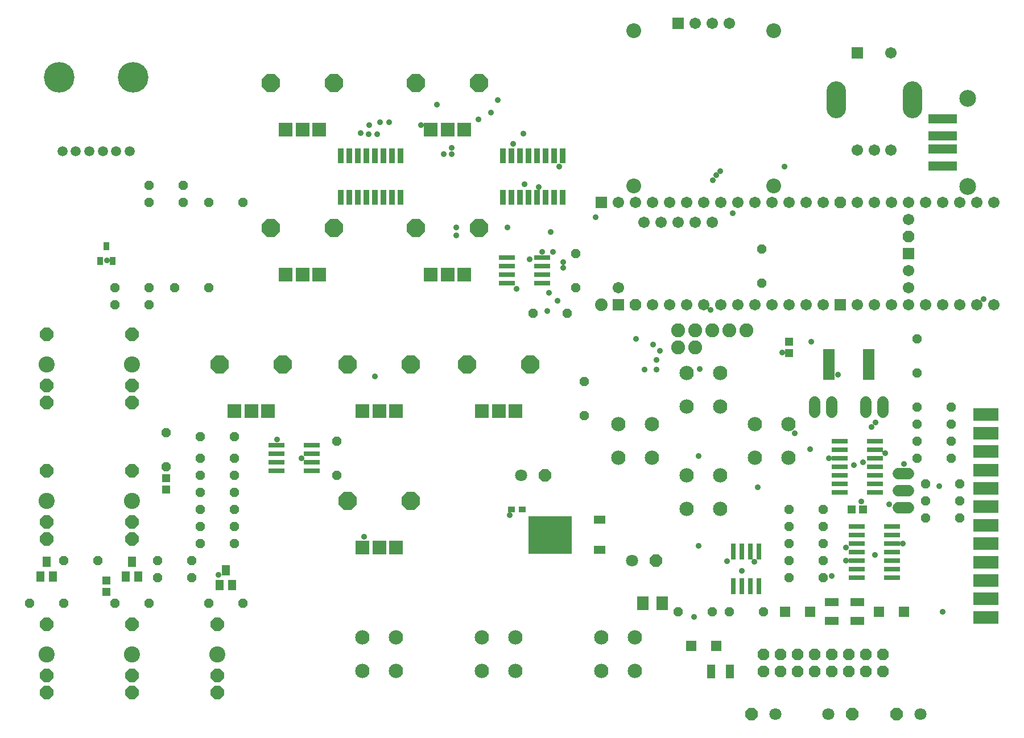
<source format=gbr>
G04 EAGLE Gerber RS-274X export*
G75*
%MOMM*%
%FSLAX34Y34*%
%LPD*%
%INSoldermask Bottom*%
%IPPOS*%
%AMOC8*
5,1,8,0,0,1.08239X$1,22.5*%
G01*
%ADD10R,3.703200X1.903200*%
%ADD11P,1.539592X8X22.500000*%
%ADD12P,1.539592X8X202.500000*%
%ADD13R,1.203200X1.303200*%
%ADD14C,1.727200*%
%ADD15R,2.403200X0.803200*%
%ADD16C,2.133600*%
%ADD17R,2.082800X2.082800*%
%ADD18P,2.969212X8X112.500000*%
%ADD19P,2.144431X8X22.500000*%
%ADD20C,2.403200*%
%ADD21R,1.703200X1.703200*%
%ADD22C,1.879600*%
%ADD23P,1.843527X8X292.500000*%
%ADD24C,1.703200*%
%ADD25R,1.653200X0.653200*%
%ADD26R,2.003200X1.203200*%
%ADD27R,1.203200X2.003200*%
%ADD28P,1.951982X8X22.500000*%
%ADD29C,1.803400*%
%ADD30P,1.951982X8X202.500000*%
%ADD31R,1.603200X1.603200*%
%ADD32P,1.869504X8X22.500000*%
%ADD33P,1.539592X8X112.500000*%
%ADD34R,0.863600X2.235200*%
%ADD35C,2.903200*%
%ADD36R,0.903200X1.203200*%
%ADD37P,1.539592X8X292.500000*%
%ADD38R,6.403200X5.603200*%
%ADD39R,1.803200X1.203200*%
%ADD40R,1.053200X0.903200*%
%ADD41R,1.803200X2.006200*%
%ADD42C,1.503200*%
%ADD43C,4.553200*%
%ADD44C,2.203200*%
%ADD45R,1.203200X1.603200*%
%ADD46R,4.203200X1.323200*%
%ADD47C,2.503200*%
%ADD48R,0.803200X2.403200*%
%ADD49C,2.082800*%
%ADD50C,0.889000*%
%ADD51C,0.908800*%


D10*
X1689608Y483616D03*
X1689608Y456184D03*
X1689608Y428752D03*
X1689608Y401320D03*
X1689608Y373888D03*
X1689608Y346456D03*
X1689608Y319024D03*
X1689608Y291592D03*
X1689608Y264160D03*
X1689608Y236728D03*
X1689608Y209296D03*
X1689608Y181864D03*
D11*
X1231900Y190500D03*
X1282700Y190500D03*
X1308100Y190500D03*
X1358900Y190500D03*
D12*
X1447800Y342900D03*
X1397000Y342900D03*
D11*
X1397000Y292100D03*
X1447800Y292100D03*
X1397000Y241300D03*
X1447800Y241300D03*
X1397000Y266700D03*
X1447800Y266700D03*
D13*
X1490100Y342900D03*
X1507100Y342900D03*
D11*
X1397000Y317500D03*
X1447800Y317500D03*
X1587500Y419100D03*
X1638300Y419100D03*
X1587500Y444500D03*
X1638300Y444500D03*
X1587500Y469900D03*
X1638300Y469900D03*
X1587500Y495300D03*
X1638300Y495300D03*
D14*
X1574800Y345440D02*
X1559560Y345440D01*
X1559560Y370840D02*
X1574800Y370840D01*
X1574800Y396240D02*
X1559560Y396240D01*
D15*
X977300Y692150D03*
X1029300Y692150D03*
X977300Y679450D03*
X977300Y704850D03*
X977300Y717550D03*
X1029300Y679450D03*
X1029300Y704850D03*
X1029300Y717550D03*
D16*
X1245000Y393300D03*
X1295000Y393300D03*
X1245000Y343300D03*
X1295000Y343300D03*
X1245000Y545700D03*
X1295000Y545700D03*
X1245000Y495700D03*
X1295000Y495700D03*
D17*
X621900Y488800D03*
X596900Y488800D03*
X571900Y488800D03*
D18*
X643900Y558800D03*
X549900Y558800D03*
D12*
X495300Y825500D03*
X444500Y825500D03*
X584200Y800100D03*
X533400Y800100D03*
X1066800Y635000D03*
X1016000Y635000D03*
X495300Y800100D03*
X444500Y800100D03*
D19*
X292100Y527050D03*
X292100Y603250D03*
X292100Y501650D03*
D20*
X292100Y558800D03*
D21*
X1117600Y800100D03*
X1574800Y723900D03*
X1143000Y647700D03*
D22*
X1117600Y647700D03*
D23*
X1168400Y647700D03*
X1574800Y749300D03*
D24*
X1574800Y774700D03*
X1574800Y698500D03*
X1574800Y673100D03*
X1447800Y647700D03*
X1447800Y800100D03*
X1143000Y800100D03*
X1168400Y800100D03*
X1193800Y800100D03*
X1219200Y800100D03*
X1244600Y800100D03*
X1270000Y800100D03*
X1295400Y800100D03*
X1320800Y800100D03*
X1346200Y800100D03*
X1371600Y800100D03*
X1397000Y800100D03*
X1422400Y800100D03*
X1143000Y673100D03*
X1422400Y647700D03*
X1397000Y647700D03*
X1371600Y647700D03*
X1346200Y647700D03*
X1320800Y647700D03*
X1295400Y647700D03*
X1270000Y647700D03*
X1244600Y647700D03*
X1219200Y647700D03*
X1193800Y647700D03*
D23*
X1473200Y800100D03*
D24*
X1524000Y800100D03*
X1549400Y800100D03*
X1574800Y800100D03*
X1600200Y800100D03*
X1625600Y800100D03*
X1651000Y800100D03*
X1676400Y800100D03*
X1701800Y800100D03*
X1498600Y647700D03*
X1524000Y647700D03*
X1549400Y647700D03*
X1574800Y647700D03*
X1600200Y647700D03*
X1625600Y647700D03*
X1651000Y647700D03*
X1676400Y647700D03*
X1701800Y647700D03*
X1181100Y770100D03*
X1206500Y770100D03*
X1231900Y770100D03*
X1257300Y770100D03*
X1282700Y770100D03*
X1498600Y800100D03*
D21*
X1473200Y647700D03*
D25*
X1456650Y539300D03*
X1456650Y545800D03*
X1456650Y552300D03*
X1456650Y558800D03*
X1456650Y565300D03*
X1456650Y571800D03*
X1456650Y578300D03*
X1515150Y578300D03*
X1515150Y571800D03*
X1515150Y565300D03*
X1515150Y558800D03*
X1515150Y552300D03*
X1515150Y545800D03*
X1515150Y539300D03*
D26*
X1460500Y204500D03*
X1460500Y176500D03*
D27*
X1281400Y101600D03*
X1309400Y101600D03*
D28*
X1490980Y38100D03*
D29*
X1455420Y38100D03*
D30*
X1341120Y38100D03*
D29*
X1376680Y38100D03*
D31*
X1428700Y190500D03*
X1390700Y190500D03*
X1289000Y139700D03*
X1251000Y139700D03*
D32*
X1358900Y127000D03*
X1358900Y101600D03*
X1384300Y127000D03*
X1384300Y101600D03*
X1409700Y127000D03*
X1409700Y101600D03*
X1435100Y127000D03*
X1435100Y101600D03*
X1460500Y127000D03*
X1460500Y101600D03*
X1485900Y127000D03*
X1485900Y101600D03*
X1511300Y127000D03*
X1511300Y101600D03*
X1536700Y127000D03*
X1536700Y101600D03*
D26*
X1498600Y204500D03*
X1498600Y176500D03*
D30*
X1557020Y38100D03*
D29*
X1592580Y38100D03*
D31*
X1530400Y190500D03*
X1568400Y190500D03*
D13*
X1397000Y592700D03*
X1397000Y575700D03*
D17*
X990200Y488800D03*
X965200Y488800D03*
X940200Y488800D03*
D18*
X1012200Y558800D03*
X918200Y558800D03*
D11*
X1600200Y330200D03*
X1651000Y330200D03*
X1600200Y355600D03*
X1651000Y355600D03*
X1600200Y381000D03*
X1651000Y381000D03*
D33*
X1092200Y482600D03*
X1092200Y533400D03*
X1356360Y679450D03*
X1356360Y730250D03*
X1587500Y546100D03*
X1587500Y596900D03*
D16*
X762400Y152000D03*
X812400Y152000D03*
X762400Y102000D03*
X812400Y102000D03*
X1143400Y469500D03*
X1193400Y469500D03*
X1143400Y419500D03*
X1193400Y419500D03*
X940200Y152000D03*
X990200Y152000D03*
X940200Y102000D03*
X990200Y102000D03*
X1346600Y469500D03*
X1396600Y469500D03*
X1346600Y419500D03*
X1396600Y419500D03*
D34*
X1060450Y807466D03*
X1060450Y868934D03*
X1047750Y807466D03*
X1035050Y807466D03*
X1047750Y868934D03*
X1035050Y868934D03*
X1022350Y807466D03*
X1022350Y868934D03*
X1009650Y807466D03*
X1009650Y868934D03*
X996950Y807466D03*
X984250Y807466D03*
X996950Y868934D03*
X984250Y868934D03*
X971550Y807466D03*
X971550Y868934D03*
D17*
X812400Y488800D03*
X787400Y488800D03*
X762400Y488800D03*
D18*
X834400Y558800D03*
X740400Y558800D03*
D17*
X698100Y907900D03*
X673100Y907900D03*
X648100Y907900D03*
D18*
X720100Y977900D03*
X626100Y977900D03*
D17*
X914000Y907900D03*
X889000Y907900D03*
X864000Y907900D03*
D18*
X936000Y977900D03*
X842000Y977900D03*
D34*
X819150Y807466D03*
X819150Y868934D03*
X806450Y807466D03*
X793750Y807466D03*
X806450Y868934D03*
X793750Y868934D03*
X781050Y807466D03*
X781050Y868934D03*
X768350Y807466D03*
X768350Y868934D03*
X755650Y807466D03*
X742950Y807466D03*
X755650Y868934D03*
X742950Y868934D03*
X730250Y807466D03*
X730250Y868934D03*
D24*
X1549000Y1022500D03*
D21*
X1499000Y1022500D03*
D24*
X1499000Y877500D03*
X1524000Y877500D03*
X1549000Y877500D03*
D35*
X1467000Y939000D02*
X1467000Y966000D01*
X1581000Y966000D02*
X1581000Y939000D01*
D16*
X1118000Y152000D03*
X1168000Y152000D03*
X1118000Y102000D03*
X1168000Y102000D03*
D17*
X698100Y692000D03*
X673100Y692000D03*
X648100Y692000D03*
D18*
X720100Y762000D03*
X626100Y762000D03*
D17*
X914000Y692000D03*
X889000Y692000D03*
X864000Y692000D03*
D18*
X936000Y762000D03*
X842000Y762000D03*
D17*
X812400Y285600D03*
X787400Y285600D03*
X762400Y285600D03*
D18*
X834400Y355600D03*
X740400Y355600D03*
D15*
X1524600Y431800D03*
X1472600Y431800D03*
X1524600Y444500D03*
X1524600Y419100D03*
X1524600Y406400D03*
X1472600Y444500D03*
X1472600Y419100D03*
X1472600Y406400D03*
X1524600Y381000D03*
X1472600Y381000D03*
X1524600Y393700D03*
X1524600Y368300D03*
X1472600Y393700D03*
X1472600Y368300D03*
D36*
X381000Y734900D03*
X371500Y712900D03*
X390500Y712900D03*
D37*
X469900Y457200D03*
X469900Y406400D03*
D13*
X469900Y389500D03*
X469900Y372500D03*
D28*
X1033780Y393700D03*
D29*
X998220Y393700D03*
D13*
X381000Y237100D03*
X381000Y220100D03*
D38*
X1041800Y304800D03*
D39*
X1114800Y327600D03*
X1114800Y282000D03*
D40*
X999600Y342900D03*
X983600Y342900D03*
D41*
X1208020Y203200D03*
X1179580Y203200D03*
D28*
X1198880Y266700D03*
D29*
X1163320Y266700D03*
D15*
X1498000Y254000D03*
X1550000Y254000D03*
X1498000Y241300D03*
X1498000Y266700D03*
X1498000Y279400D03*
X1550000Y241300D03*
X1550000Y266700D03*
X1550000Y279400D03*
X1498000Y304800D03*
X1550000Y304800D03*
X1498000Y292100D03*
X1498000Y317500D03*
X1550000Y292100D03*
X1550000Y317500D03*
D12*
X444500Y673100D03*
X393700Y673100D03*
D33*
X1079500Y673100D03*
X1079500Y723900D03*
D11*
X482600Y673100D03*
X533400Y673100D03*
D12*
X444500Y647700D03*
X393700Y647700D03*
D19*
X419100Y527050D03*
X419100Y603250D03*
X419100Y501650D03*
D20*
X419100Y558800D03*
D42*
X355600Y876300D03*
X375600Y876300D03*
X395600Y876300D03*
X335600Y876300D03*
X315600Y876300D03*
X415600Y876300D03*
D43*
X310600Y986300D03*
X420600Y986300D03*
D21*
X1231900Y1066800D03*
D24*
X1257300Y1066800D03*
X1282700Y1066800D03*
X1308100Y1066800D03*
D44*
X1165860Y1055370D03*
X1374140Y1055370D03*
X1374140Y824230D03*
X1165860Y824230D03*
D15*
X634400Y412750D03*
X686400Y412750D03*
X634400Y400050D03*
X634400Y425450D03*
X634400Y438150D03*
X686400Y400050D03*
X686400Y425450D03*
X686400Y438150D03*
D12*
X571500Y393700D03*
X520700Y393700D03*
D11*
X520700Y419100D03*
X571500Y419100D03*
D12*
X571500Y450850D03*
X520700Y450850D03*
D11*
X520700Y368300D03*
X571500Y368300D03*
D19*
X292100Y323850D03*
X292100Y400050D03*
X292100Y298450D03*
D20*
X292100Y355600D03*
D12*
X571500Y342900D03*
X520700Y342900D03*
X571500Y292100D03*
X520700Y292100D03*
D37*
X723900Y444500D03*
X723900Y393700D03*
D11*
X520700Y317500D03*
X571500Y317500D03*
D19*
X419100Y323850D03*
X419100Y400050D03*
X419100Y298450D03*
D20*
X419100Y355600D03*
D19*
X292100Y95250D03*
X292100Y171450D03*
X292100Y69850D03*
D20*
X292100Y127000D03*
D45*
X292100Y265000D03*
X282600Y243000D03*
X301600Y243000D03*
D11*
X266700Y203200D03*
X317500Y203200D03*
X317500Y266700D03*
X368300Y266700D03*
D19*
X419100Y95250D03*
X419100Y171450D03*
X419100Y69850D03*
D20*
X419100Y127000D03*
D45*
X419100Y265000D03*
X409600Y243000D03*
X428600Y243000D03*
D11*
X393700Y203200D03*
X444500Y203200D03*
X457200Y266700D03*
X508000Y266700D03*
D19*
X546100Y95250D03*
X546100Y171450D03*
X546100Y69850D03*
D20*
X546100Y127000D03*
D45*
X558800Y252300D03*
X549300Y230300D03*
X568300Y230300D03*
D11*
X533400Y203200D03*
X584200Y203200D03*
D12*
X508000Y241300D03*
X457200Y241300D03*
D46*
X1625300Y899000D03*
X1625300Y879000D03*
X1625300Y924000D03*
X1625300Y854000D03*
D47*
X1662500Y954700D03*
X1662500Y823300D03*
D48*
X1339850Y228000D03*
X1339850Y280000D03*
X1352550Y228000D03*
X1327150Y228000D03*
X1314450Y228000D03*
X1352550Y280000D03*
X1327150Y280000D03*
X1314450Y280000D03*
D49*
X1231900Y609600D03*
X1257300Y609600D03*
X1282700Y609600D03*
X1308100Y609600D03*
X1333500Y609600D03*
X1231900Y584200D03*
X1257300Y584200D03*
D14*
X1511300Y502920D02*
X1511300Y487680D01*
X1536700Y487680D02*
X1536700Y502920D01*
X1460500Y502920D02*
X1460500Y487680D01*
X1435100Y487680D02*
X1435100Y502920D01*
D50*
X1304544Y265176D03*
X1482090Y285750D03*
X1493520Y408432D03*
X1460754Y243840D03*
X547878Y245364D03*
X1524762Y275082D03*
X1504188Y354330D03*
X1326642Y251460D03*
X1255776Y182118D03*
X381762Y713232D03*
X1386840Y576072D03*
X1481328Y266700D03*
X1029462Y726186D03*
X1566672Y291846D03*
X1456182Y419100D03*
X634746Y446532D03*
X977646Y762762D03*
X1625346Y190500D03*
X1686306Y656082D03*
X1620774Y377190D03*
X1469898Y543306D03*
X894588Y871728D03*
X1054608Y853440D03*
X1568196Y409956D03*
X1546098Y349758D03*
X1519428Y465582D03*
X1525524Y471678D03*
X1540002Y425958D03*
X1430274Y592074D03*
X1428750Y432054D03*
X1405128Y455676D03*
X1200150Y565404D03*
D51*
X1168908Y596646D03*
D50*
X1345692Y264414D03*
X1037082Y637794D03*
X901446Y762762D03*
X764286Y301752D03*
X981456Y333756D03*
X1350264Y375666D03*
X1262634Y288036D03*
X1507236Y413004D03*
X883158Y871728D03*
X848868Y915162D03*
X873252Y945642D03*
X895350Y880872D03*
X1003554Y826770D03*
X1389888Y852678D03*
X784098Y901446D03*
X801624Y918972D03*
X1002030Y902208D03*
X986790Y886968D03*
X771144Y901446D03*
X788670Y918972D03*
X953262Y933450D03*
X759714Y902970D03*
X771906Y915162D03*
X963168Y951738D03*
X934974Y923544D03*
X1109472Y778002D03*
X1011174Y714756D03*
X671322Y419100D03*
X991362Y671322D03*
X1042416Y755904D03*
X901446Y750570D03*
X1294638Y846582D03*
X1288542Y840486D03*
X1283970Y832866D03*
X1280160Y639318D03*
X780288Y540258D03*
X1312926Y783336D03*
X1264158Y551688D03*
X1024890Y822960D03*
X1060704Y702564D03*
X1194816Y588264D03*
X1204722Y578358D03*
X1040130Y665226D03*
X1052322Y653034D03*
X1262634Y422148D03*
X1045464Y726186D03*
X1060704Y710946D03*
X1181862Y550926D03*
X1200150Y550926D03*
M02*

</source>
